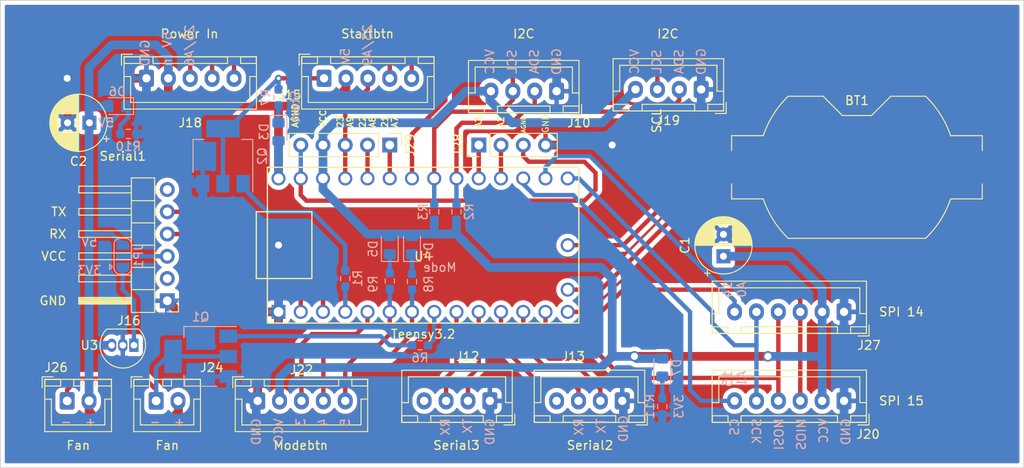
<source format=kicad_pcb>
(kicad_pcb (version 20211014) (generator pcbnew)

  (general
    (thickness 1.6)
  )

  (paper "A4")
  (layers
    (0 "F.Cu" signal)
    (31 "B.Cu" signal)
    (32 "B.Adhes" user "B.Adhesive")
    (33 "F.Adhes" user "F.Adhesive")
    (34 "B.Paste" user)
    (35 "F.Paste" user)
    (36 "B.SilkS" user "B.Silkscreen")
    (37 "F.SilkS" user "F.Silkscreen")
    (38 "B.Mask" user)
    (39 "F.Mask" user)
    (40 "Dwgs.User" user "User.Drawings")
    (41 "Cmts.User" user "User.Comments")
    (42 "Eco1.User" user "User.Eco1")
    (43 "Eco2.User" user "User.Eco2")
    (44 "Edge.Cuts" user)
    (45 "Margin" user)
    (46 "B.CrtYd" user "B.Courtyard")
    (47 "F.CrtYd" user "F.Courtyard")
    (48 "B.Fab" user)
    (49 "F.Fab" user)
    (50 "User.1" user)
    (51 "User.2" user)
    (52 "User.3" user)
    (53 "User.4" user)
    (54 "User.5" user)
    (55 "User.6" user)
    (56 "User.7" user)
    (57 "User.8" user)
    (58 "User.9" user)
  )

  (setup
    (stackup
      (layer "F.SilkS" (type "Top Silk Screen"))
      (layer "F.Paste" (type "Top Solder Paste"))
      (layer "F.Mask" (type "Top Solder Mask") (thickness 0.01))
      (layer "F.Cu" (type "copper") (thickness 0.035))
      (layer "dielectric 1" (type "core") (thickness 1.51) (material "FR4") (epsilon_r 4.5) (loss_tangent 0.02))
      (layer "B.Cu" (type "copper") (thickness 0.035))
      (layer "B.Mask" (type "Bottom Solder Mask") (thickness 0.01))
      (layer "B.Paste" (type "Bottom Solder Paste"))
      (layer "B.SilkS" (type "Bottom Silk Screen"))
      (copper_finish "None")
      (dielectric_constraints no)
    )
    (pad_to_mask_clearance 0)
    (pcbplotparams
      (layerselection 0x00010fc_ffffffff)
      (disableapertmacros false)
      (usegerberextensions false)
      (usegerberattributes true)
      (usegerberadvancedattributes true)
      (creategerberjobfile true)
      (svguseinch false)
      (svgprecision 6)
      (excludeedgelayer true)
      (plotframeref false)
      (viasonmask false)
      (mode 1)
      (useauxorigin false)
      (hpglpennumber 1)
      (hpglpenspeed 20)
      (hpglpendiameter 15.000000)
      (dxfpolygonmode true)
      (dxfimperialunits true)
      (dxfusepcbnewfont true)
      (psnegative false)
      (psa4output false)
      (plotreference true)
      (plotvalue true)
      (plotinvisibletext false)
      (sketchpadsonfab false)
      (subtractmaskfromsilk false)
      (outputformat 1)
      (mirror false)
      (drillshape 1)
      (scaleselection 1)
      (outputdirectory "")
    )
  )

  (net 0 "")
  (net 1 "Net-(BT1-Pad1)")
  (net 2 "GNDD")
  (net 3 "+5V")
  (net 4 "Net-(BT1-Pad2)")
  (net 5 "SCK")
  (net 6 "Net-(J15-Pad1)")
  (net 7 "MISO")
  (net 8 "SD_CS")
  (net 9 "SDA")
  (net 10 "SCL")
  (net 11 "Net-(J15-Pad3)")
  (net 12 "Net-(J18-Pad3)")
  (net 13 "+3V3")
  (net 14 "MOSI")
  (net 15 "Net-(J13-Pad2)")
  (net 16 "Net-(J13-Pad3)")
  (net 17 "Net-(J12-Pad2)")
  (net 18 "Net-(J12-Pad3)")
  (net 19 "Net-(J21-Pad3)")
  (net 20 "Net-(J21-Pad4)")
  (net 21 "Net-(J21-Pad5)")
  (net 22 "Net-(J24-Pad1)")
  (net 23 "Net-(R1-Pad1)")
  (net 24 "/TX")
  (net 25 "/RX")
  (net 26 "unconnected-(J12-Pad4)")
  (net 27 "unconnected-(J13-Pad4)")
  (net 28 "Net-(J15-Pad4)")
  (net 29 "Net-(J15-Pad5)")
  (net 30 "unconnected-(J16-Pad2)")
  (net 31 "unconnected-(J16-Pad6)")
  (net 32 "Net-(U4-Pad8)")
  (net 33 "CS_A0")
  (net 34 "Net-(U4-Pad23)")
  (net 35 "Net-(U4-Pad28)")
  (net 36 "Net-(U4-Pad29)")
  (net 37 "Net-(J16-Pad3)")
  (net 38 "Net-(U3-Pad1)")
  (net 39 "Net-(R6-Pad1)")
  (net 40 "Net-(R1-Pad2)")
  (net 41 "Net-(D3-Pad1)")
  (net 42 "Net-(D4-Pad1)")
  (net 43 "Net-(D5-Pad1)")
  (net 44 "Net-(D6-Pad1)")
  (net 45 "Net-(D7-Pad1)")
  (net 46 "Net-(U4-Pad24)")
  (net 47 "Net-(U4-Pad32)")

  (footprint "Connector_JST:JST_XH_B4B-XH-A_1x04_P2.50mm_Vertical" (layer "F.Cu") (at 138.43 60.96 180))

  (footprint "Connector_JST:JST_XH_B4B-XH-A_1x04_P2.50mm_Vertical" (layer "F.Cu") (at 114.3 96.52 180))

  (footprint "Connector_JST:JST_XH_B5B-XH-A_1x05_P2.50mm_Vertical" (layer "F.Cu") (at 75.09 59.69))

  (footprint "Connector_JST:JST_XH_B4B-XH-A_1x04_P2.50mm_Vertical" (layer "F.Cu") (at 129.42 96.52 180))

  (footprint "Connector_JST:JST_XH_B5B-XH-A_1x05_P2.50mm_Vertical" (layer "F.Cu") (at 95.37 59.69))

  (footprint "Connector_JST:JST_XH_B2B-XH-A_1x02_P2.50mm_Vertical" (layer "F.Cu") (at 76.2 96.52))

  (footprint "Connector_JST:JST_XH_B4B-XH-A_1x04_P2.50mm_Vertical" (layer "F.Cu") (at 121.92 61.16 180))

  (footprint "Battery:BatteryHolder_Keystone_1058_1x2032" (layer "F.Cu") (at 156.21 69.85 180))

  (footprint "teensy:Teensy30_31_32_All_Pins" (layer "F.Cu") (at 106.68 78.74))

  (footprint "Connector_PinHeader_2.54mm:PinHeader_1x04_P2.54mm_Vertical" (layer "F.Cu") (at 113.04 67.31 90))

  (footprint "Connector_JST:JST_XH_B6B-XH-A_1x06_P2.50mm_Vertical" (layer "F.Cu") (at 154.74 86.36 180))

  (footprint "Connector_JST:JST_XH_B5B-XH-A_1x05_P2.50mm_Vertical" (layer "F.Cu") (at 87.79 96.52))

  (footprint "Package_TO_SOT_THT:TO-92_Inline" (layer "F.Cu") (at 73.66 90.17 180))

  (footprint "Connector_JST:JST_XH_B2B-XH-A_1x02_P2.50mm_Vertical" (layer "F.Cu") (at 66.04 96.52))

  (footprint "Capacitor_THT:CP_Radial_D6.3mm_P2.50mm" (layer "F.Cu") (at 140.97 80.01 90))

  (footprint "Connector_JST:JST_XH_B6B-XH-A_1x06_P2.50mm_Vertical" (layer "F.Cu") (at 154.74 96.52 180))

  (footprint "Connector_PinHeader_2.54mm:PinHeader_1x06_P2.54mm_Horizontal" (layer "F.Cu") (at 77.47 85.09 180))

  (footprint "Connector_PinHeader_2.54mm:PinHeader_1x05_P2.54mm_Vertical" (layer "F.Cu") (at 102.87 67.31 -90))

  (footprint "Capacitor_THT:CP_Radial_D6.3mm_P2.50mm" (layer "F.Cu") (at 68.58 64.77 180))

  (footprint "Resistor_SMD:R_0603_1608Metric_Pad0.98x0.95mm_HandSolder" (layer "B.Cu") (at 107.95 74.93 90))

  (footprint "Resistor_SMD:R_0603_1608Metric_Pad0.98x0.95mm_HandSolder" (layer "B.Cu") (at 105.41 82.9075 -90))

  (footprint "Package_TO_SOT_SMD:SOT-223-3_TabPin2" (layer "B.Cu") (at 81.28 91.44 180))

  (footprint "Resistor_SMD:R_0603_1608Metric_Pad0.98x0.95mm_HandSolder" (layer "B.Cu") (at 133.985 97.155 -90))

  (footprint "Jumper:SolderJumper-3_P1.3mm_Open_RoundedPad1.0x1.5mm" (layer "B.Cu") (at 72.39 80.01 90))

  (footprint "Package_TO_SOT_SMD:SOT-223-3_TabPin2" (layer "B.Cu") (at 83.82 68.58 90))

  (footprint "Resistor_SMD:R_0603_1608Metric_Pad0.98x0.95mm_HandSolder" (layer "B.Cu") (at 110.49 74.93 90))

  (footprint "Resistor_SMD:R_0603_1608Metric_Pad0.98x0.95mm_HandSolder" (layer "B.Cu") (at 90.17 61.8725 -90))

  (footprint "LED_SMD:LED_0805_2012Metric_Pad1.15x1.40mm_HandSolder" (layer "B.Cu") (at 105.41 78.74 90))

  (footprint "Resistor_SMD:R_0603_1608Metric_Pad0.98x0.95mm_HandSolder" (layer "B.Cu") (at 97.79 82.55 90))

  (footprint "Resistor_SMD:R_0603_1608Metric_Pad0.98x0.95mm_HandSolder" (layer "B.Cu") (at 102.87 82.8275 -90))

  (footprint "LED_SMD:LED_0805_2012Metric_Pad1.15x1.40mm_HandSolder" (layer "B.Cu") (at 90.17 65.795 -90))

  (footprint "Resistor_SMD:R_0603_1608Metric_Pad0.98x0.95mm_HandSolder" (layer "B.Cu") (at 106.3225 90.17))

  (footprint "LED_SMD:LED_0805_2012Metric_Pad1.15x1.40mm_HandSolder" (layer "B.Cu")
    (tedit 5F68FEF1) (tstamp a8d9fa94-b587-4241-9c29-d7a24db5affa)
    (at 102.87 78.74 90)
    (descr "LED SMD 0805 (2012 Metric), square (rectangular) end terminal, IPC_7351 nominal, (Body size source: https://docs.google.com/spreadsheets/d/1BsfQQcO9C6DZCsRaXUlFlo91Tg2WpOkGARC1WS5S8t0/edit?usp=sharing), generated with kicad-footprint-generator")
    (tags "LED handsolder")
    (property "Sheetfile" "Bobbycar_wiring.kicad_sch")
    (property "Sheetname" "")
    (path "/8d30ff6d-4d05-49e7-a571-b2ca34f7c391")
    (attr smd)
    (fp_text reference "D5" (at -0.43 -1.905 90) (layer "B.SilkS")
      (effects (font (size 1 1) (thickness 0.15)) (justify mirror))
      (tstamp 1f16142a-2559-4d91-9848-7c84fd6d04e6)
    )
    (fp_text value "LED_M_Gr" (at 0 -1.65 90) (layer "B.Fab")
      (effects (font (size 1 1) (thickness 0.15)) (justify mirror))
      (tstamp f1f5d504-78e3-482a-84c8-ba307cad70df)
    )
    (fp_text user "${REFERENCE}" (at 0 0 90) (layer "B.Fab")
      (effects (font (size 0.5 0.5) (thickness 0.08)) (justify mirror))
      (tstamp 5d1f583c-fabe-4cd1-bcc4-ddf65607b7db)
    )
    (fp_line (start -1.86 -0.96) (end 1 -0.96) (layer "B.SilkS") (width 0.12) (tstamp 322670cd-c2aa-4b41-bd1f-3d3acbefde5a))
    (fp_line (start -1.86 0.96) (end -1.86 -0.96) (layer "B.SilkS") (width 0.12) (tstamp 5dc44619-62cf-42b2-a688-d90dd8cc421e))
    (fp_line (start 1 0.96) (end -1.86 0.96) (layer "B.SilkS") (width 0.12) (tstamp 887fcad0-696c-4c8d-a26f-648c509b3f02))
    (fp_line (start 1.85 0.95) (end 1.85 -0.95) (layer "B.CrtYd") (width 0.05) (tstamp 1ca87aa4-1678-464e-9a0c-5aec799b62cd))
    (fp_line (start -1.85 0.95) (end 1.85 0.95) (layer "B.CrtYd") (width 0.05) (tstamp 1f80fabd-994c-4d54-a576-424b78625970))
    (fp_line (start -1.85 -0.95) (end -1.85 0.95) (layer "B.CrtYd") (width 0.05) (tstamp c5c38b81-d2ed-49e9-8c3a-c17cd753bfbb))
    (fp_line (start 1.85 -0.95) (end -1.85 -0.95) (layer "B.CrtYd") (width 0.05) (tstamp d5747205-624e-41ac-a7ae-cdd078fb67ea))
    (fp_line (start -1 0.3) (end -1 -0.6) (layer "B.Fab") (width 0.1) (tstamp 0f460abf-2e86-44d8-a279-4e9a90131a24))
    (fp_line (start -0.7 0.6) (end -1 0.3) (layer "B.Fab") (width 0.1) (tstamp 18452cf7-4792-42c0-b8e2-6263e5640fc5))
    (f
... [576586 chars truncated]
</source>
